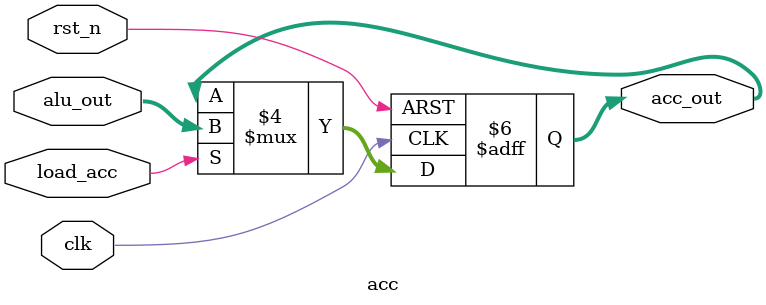
<source format=v>
module acc(
    input               clk,
    input               rst_n,
    input               load_acc,
    input       [7:0]   alu_out,
    output reg  [7:0]   acc_out
);

    always @(posedge clk or negedge rst_n) begin
        if (!rst_n)
            acc_out <= 8'h00;
        else if (load_acc)
            acc_out <= alu_out;
        else
            acc_out <= acc_out;
    end

endmodule

</source>
